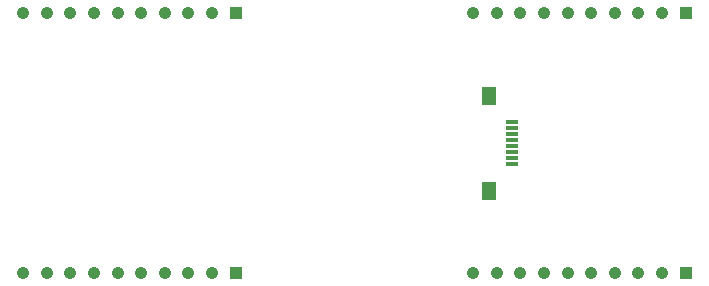
<source format=gbs>
%TF.GenerationSoftware,KiCad,Pcbnew,(5.1.9)-1*%
%TF.CreationDate,2021-03-01T18:45:07-05:00*%
%TF.ProjectId,multicntr_filled,6d756c74-6963-46e7-9472-5f66696c6c65,A*%
%TF.SameCoordinates,Original*%
%TF.FileFunction,Soldermask,Bot*%
%TF.FilePolarity,Negative*%
%FSLAX46Y46*%
G04 Gerber Fmt 4.6, Leading zero omitted, Abs format (unit mm)*
G04 Created by KiCad (PCBNEW (5.1.9)-1) date 2021-03-01 18:45:07*
%MOMM*%
%LPD*%
G01*
G04 APERTURE LIST*
%ADD10R,1.300000X1.650000*%
%ADD11R,1.000000X0.300000*%
%ADD12C,1.050000*%
%ADD13R,1.050000X1.050000*%
G04 APERTURE END LIST*
D10*
%TO.C,J2*%
X169481000Y-92975920D03*
X169481000Y-101025920D03*
D11*
X171381000Y-95250920D03*
X171381000Y-95750920D03*
X171381000Y-96250920D03*
X171381000Y-96750920D03*
X171381000Y-97250920D03*
X171381000Y-97750920D03*
X171381000Y-98250920D03*
X171381000Y-98750920D03*
%TD*%
D12*
%TO.C,P2*%
X178101000Y-108000920D03*
X176101000Y-108000920D03*
X174101000Y-108000920D03*
X180101000Y-108000920D03*
X182101000Y-108000920D03*
X170101000Y-108000920D03*
X172101000Y-108000920D03*
D13*
X186101000Y-108000920D03*
D12*
X184101000Y-108000920D03*
X168101000Y-108000920D03*
%TD*%
%TO.C,P1*%
X178101000Y-86000920D03*
X176101000Y-86000920D03*
X174101000Y-86000920D03*
X180101000Y-86000920D03*
X182101000Y-86000920D03*
X170101000Y-86000920D03*
X172101000Y-86000920D03*
D13*
X186101000Y-86000920D03*
D12*
X184101000Y-86000920D03*
X168101000Y-86000920D03*
%TD*%
%TO.C,P1*%
X130001000Y-86000920D03*
X146001000Y-86000920D03*
D13*
X148001000Y-86000920D03*
D12*
X134001000Y-86000920D03*
X132001000Y-86000920D03*
X144001000Y-86000920D03*
X142001000Y-86000920D03*
X136001000Y-86000920D03*
X138001000Y-86000920D03*
X140001000Y-86000920D03*
%TD*%
%TO.C,P2*%
X130001000Y-108000920D03*
X146001000Y-108000920D03*
D13*
X148001000Y-108000920D03*
D12*
X134001000Y-108000920D03*
X132001000Y-108000920D03*
X144001000Y-108000920D03*
X142001000Y-108000920D03*
X136001000Y-108000920D03*
X138001000Y-108000920D03*
X140001000Y-108000920D03*
%TD*%
M02*

</source>
